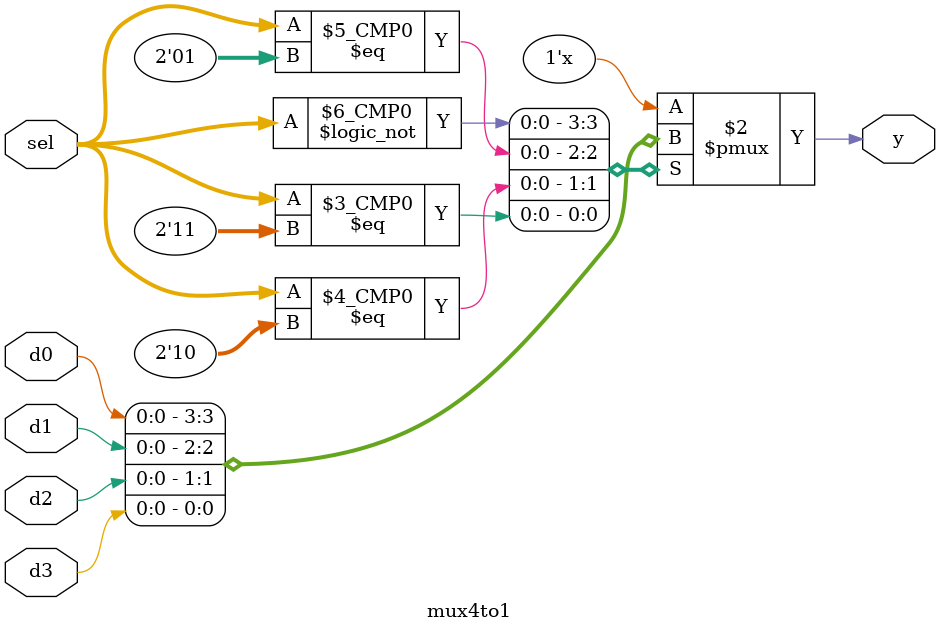
<source format=v>
module mux4to1(
    input [1:0] sel,
    input d0, d1, d2, d3,
    output reg y
);

always @(*) begin
    case (sel)
        2'b00: y = d0;
        2'b01: y = d1;
        2'b10: y = d2;
        2'b11: y = d3;
    endcase
end

endmodule

</source>
